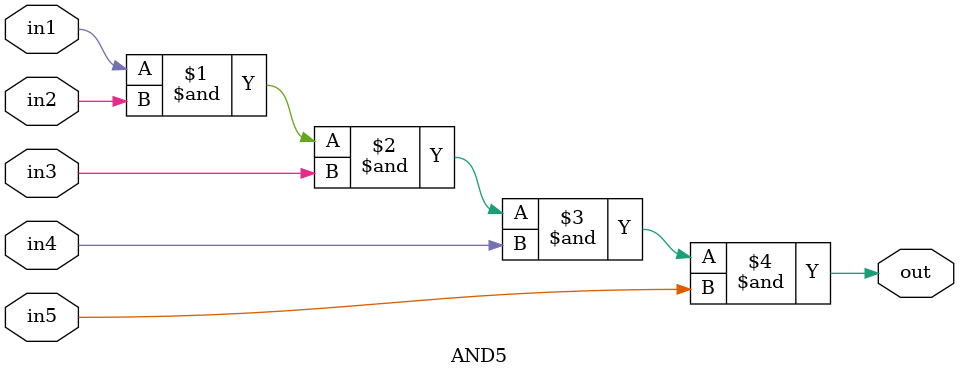
<source format=v>


module Comparator5bit (equal, a, b);
input [4:0] a, b;
output equal;
XNOR xnor1 (w1, a[0], b[0]);
XNOR xnor2 (w2, a[1], b[1]);
XNOR xnor3 (w3, a[2], b[2]);
XNOR xnor4 (w4, a[3], b[3]);
XNOR xnor5 (w5, a[4], b[4]);

AND5 full (equal, w1, w2, w3, w4, w5);

endmodule 
//////////////////////////////////////////////////////

module ForwardingUnitDecoder(ForwardA, ForwardB, EXMEM_Rd, MEMWB_Rd, FD_Rs1, FD_Rs2, EXMEM_RegWrite, MEMWB_RegWrite, EXMEM_Prcsr, MEMWB_Prcsr ,EXMEM_memtoreg0,branch);//, EXMEM_Prcsr, MEMWB_Prcsr 2bit size FD_Rs1 +FD_Rs2

input [4:0] EXMEM_Rd, MEMWB_Rd, FD_Rs1, FD_Rs2;
input EXMEM_RegWrite, MEMWB_RegWrite,EXMEM_memtoreg0, branch ;
input [1:0]EXMEM_Prcsr, MEMWB_Prcsr;
output [1:0] ForwardA, ForwardB ;


OR8 OR1(w0, EXMEM_Rd[0], EXMEM_Rd[1], EXMEM_Rd[2], EXMEM_Rd[3], EXMEM_Rd[4], 1'b0, 1'b0,1'b0);
OR8 OR2(w1, MEMWB_Rd[0], MEMWB_Rd[1], MEMWB_Rd[2], MEMWB_Rd[3], MEMWB_Rd[4], 1'b0, 1'b0,1'b0);

//Comparator5bit (equal, a, b);
Comparator5bit COMP1(MEM_RS1, EXMEM_Rd,FD_Rs1);
Comparator5bit COMP2(WB_RS1, MEMWB_Rd,FD_Rs1);

INV NOTA (NOTA0, ForwardA[0]);

INV notEXMEM_memtoreg0 ( NEXMEM_memtoreg0 , EXMEM_memtoreg0 );

INV notMEMWB_Prcsr0 (NMEMWB_Prcsr0, MEMWB_Prcsr[0]);
INV notMEMWB_Prcsr1 (NMEMWB_Prcsr1, MEMWB_Prcsr[1]);

INV notEXMEM_Prcsr0 (NEXMEM_Prcsr0, EXMEM_Prcsr[0]);
INV notEXMEM_Prcsr1 (NEXMEM_Prcsr1, EXMEM_Prcsr[1]);

AND8 A0(ForwardA[0],MEM_RS1, w0, EXMEM_RegWrite,NEXMEM_Prcsr0,NEXMEM_Prcsr1,NEXMEM_memtoreg0,branch,1'b1);
AND8 A1(ForwardA[1],WB_RS1, w1, MEMWB_RegWrite,NOTA0,NMEMWB_Prcsr0,NMEMWB_Prcsr1,branch,1'b1);


Comparator5bit COMP3(MEM_RS2, EXMEM_Rd,FD_Rs2);
Comparator5bit COMP4(WB_RS2, MEMWB_Rd,FD_Rs2);

INV NOTB(NOTB0, ForwardB[0]);

AND8 B0(ForwardB[0],MEM_RS2, w0, EXMEM_RegWrite,NEXMEM_Prcsr0,NEXMEM_Prcsr1,NEXMEM_memtoreg0,branch,1'b1);
AND8 B1(ForwardB[1],WB_RS2, w1, MEMWB_RegWrite,NOTB0,NMEMWB_Prcsr0,NMEMWB_Prcsr1,branch,1'b1);





//OR8 (out, in1, in2, in3, in4, in5, in6, in7, in8);
//INV (out, in);
//AND4 (out, in1, in2, in3, in4);
//AND3 (out, in1, in2, in3);
endmodule

module AND8 (out, in1, in2, in3, in4, in5,in6,in7,in8);
   input in1, in2, in3, in4,in5,in6,in7,in8;
   output out;
   assign #1 out =  (in1 & in2 & in3 & in4 & in5 & in6 & in7 & in8 );
endmodule

module AND5 (out, in1, in2, in3, in4, in5);
   input in1, in2, in3, in4,in5;
   output out;
   assign #1 out =  (in1 & in2 & in3 & in4 & in5);
endmodule









</source>
